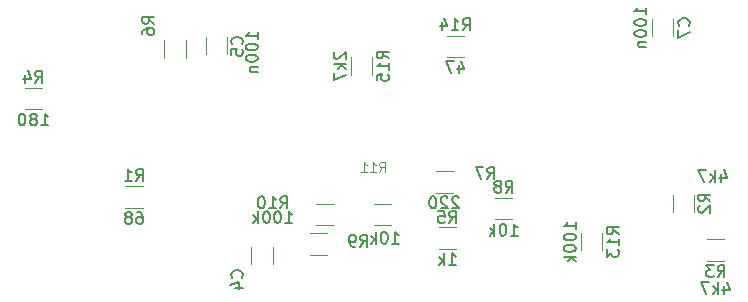
<source format=gbr>
%TF.GenerationSoftware,KiCad,Pcbnew,7.0.2*%
%TF.CreationDate,2023-05-22T23:48:16+02:00*%
%TF.ProjectId,ToneLighter,546f6e65-4c69-4676-9874-65722e6b6963,rev?*%
%TF.SameCoordinates,Original*%
%TF.FileFunction,Legend,Bot*%
%TF.FilePolarity,Positive*%
%FSLAX46Y46*%
G04 Gerber Fmt 4.6, Leading zero omitted, Abs format (unit mm)*
G04 Created by KiCad (PCBNEW 7.0.2) date 2023-05-22 23:48:16*
%MOMM*%
%LPD*%
G01*
G04 APERTURE LIST*
%ADD10C,0.150000*%
%ADD11C,0.100000*%
%ADD12C,0.120000*%
G04 APERTURE END LIST*
D10*
%TO.C,R15*%
X105805619Y-49778142D02*
X105329428Y-49444809D01*
X105805619Y-49206714D02*
X104805619Y-49206714D01*
X104805619Y-49206714D02*
X104805619Y-49587666D01*
X104805619Y-49587666D02*
X104853238Y-49682904D01*
X104853238Y-49682904D02*
X104900857Y-49730523D01*
X104900857Y-49730523D02*
X104996095Y-49778142D01*
X104996095Y-49778142D02*
X105138952Y-49778142D01*
X105138952Y-49778142D02*
X105234190Y-49730523D01*
X105234190Y-49730523D02*
X105281809Y-49682904D01*
X105281809Y-49682904D02*
X105329428Y-49587666D01*
X105329428Y-49587666D02*
X105329428Y-49206714D01*
X105805619Y-50730523D02*
X105805619Y-50159095D01*
X105805619Y-50444809D02*
X104805619Y-50444809D01*
X104805619Y-50444809D02*
X104948476Y-50349571D01*
X104948476Y-50349571D02*
X105043714Y-50254333D01*
X105043714Y-50254333D02*
X105091333Y-50159095D01*
X104805619Y-51635285D02*
X104805619Y-51159095D01*
X104805619Y-51159095D02*
X105281809Y-51111476D01*
X105281809Y-51111476D02*
X105234190Y-51159095D01*
X105234190Y-51159095D02*
X105186571Y-51254333D01*
X105186571Y-51254333D02*
X105186571Y-51492428D01*
X105186571Y-51492428D02*
X105234190Y-51587666D01*
X105234190Y-51587666D02*
X105281809Y-51635285D01*
X105281809Y-51635285D02*
X105377047Y-51682904D01*
X105377047Y-51682904D02*
X105615142Y-51682904D01*
X105615142Y-51682904D02*
X105710380Y-51635285D01*
X105710380Y-51635285D02*
X105758000Y-51587666D01*
X105758000Y-51587666D02*
X105805619Y-51492428D01*
X105805619Y-51492428D02*
X105805619Y-51254333D01*
X105805619Y-51254333D02*
X105758000Y-51159095D01*
X105758000Y-51159095D02*
X105710380Y-51111476D01*
X101260857Y-49254333D02*
X101213238Y-49301952D01*
X101213238Y-49301952D02*
X101165619Y-49397190D01*
X101165619Y-49397190D02*
X101165619Y-49635285D01*
X101165619Y-49635285D02*
X101213238Y-49730523D01*
X101213238Y-49730523D02*
X101260857Y-49778142D01*
X101260857Y-49778142D02*
X101356095Y-49825761D01*
X101356095Y-49825761D02*
X101451333Y-49825761D01*
X101451333Y-49825761D02*
X101594190Y-49778142D01*
X101594190Y-49778142D02*
X102165619Y-49206714D01*
X102165619Y-49206714D02*
X102165619Y-49825761D01*
X102165619Y-50254333D02*
X101165619Y-50254333D01*
X101784666Y-50349571D02*
X102165619Y-50635285D01*
X101498952Y-50635285D02*
X101879904Y-50254333D01*
X101165619Y-50968619D02*
X101165619Y-51635285D01*
X101165619Y-51635285D02*
X102165619Y-51206714D01*
%TO.C,R14*%
X112092857Y-47392619D02*
X112426190Y-46916428D01*
X112664285Y-47392619D02*
X112664285Y-46392619D01*
X112664285Y-46392619D02*
X112283333Y-46392619D01*
X112283333Y-46392619D02*
X112188095Y-46440238D01*
X112188095Y-46440238D02*
X112140476Y-46487857D01*
X112140476Y-46487857D02*
X112092857Y-46583095D01*
X112092857Y-46583095D02*
X112092857Y-46725952D01*
X112092857Y-46725952D02*
X112140476Y-46821190D01*
X112140476Y-46821190D02*
X112188095Y-46868809D01*
X112188095Y-46868809D02*
X112283333Y-46916428D01*
X112283333Y-46916428D02*
X112664285Y-46916428D01*
X111140476Y-47392619D02*
X111711904Y-47392619D01*
X111426190Y-47392619D02*
X111426190Y-46392619D01*
X111426190Y-46392619D02*
X111521428Y-46535476D01*
X111521428Y-46535476D02*
X111616666Y-46630714D01*
X111616666Y-46630714D02*
X111711904Y-46678333D01*
X110283333Y-46725952D02*
X110283333Y-47392619D01*
X110521428Y-46345000D02*
X110759523Y-47059285D01*
X110759523Y-47059285D02*
X110140476Y-47059285D01*
X111735714Y-50365952D02*
X111735714Y-51032619D01*
X111973809Y-49985000D02*
X112211904Y-50699285D01*
X112211904Y-50699285D02*
X111592857Y-50699285D01*
X111307142Y-50032619D02*
X110640476Y-50032619D01*
X110640476Y-50032619D02*
X111069047Y-51032619D01*
%TO.C,R13*%
X125282619Y-64657142D02*
X124806428Y-64323809D01*
X125282619Y-64085714D02*
X124282619Y-64085714D01*
X124282619Y-64085714D02*
X124282619Y-64466666D01*
X124282619Y-64466666D02*
X124330238Y-64561904D01*
X124330238Y-64561904D02*
X124377857Y-64609523D01*
X124377857Y-64609523D02*
X124473095Y-64657142D01*
X124473095Y-64657142D02*
X124615952Y-64657142D01*
X124615952Y-64657142D02*
X124711190Y-64609523D01*
X124711190Y-64609523D02*
X124758809Y-64561904D01*
X124758809Y-64561904D02*
X124806428Y-64466666D01*
X124806428Y-64466666D02*
X124806428Y-64085714D01*
X125282619Y-65609523D02*
X125282619Y-65038095D01*
X125282619Y-65323809D02*
X124282619Y-65323809D01*
X124282619Y-65323809D02*
X124425476Y-65228571D01*
X124425476Y-65228571D02*
X124520714Y-65133333D01*
X124520714Y-65133333D02*
X124568333Y-65038095D01*
X124282619Y-65942857D02*
X124282619Y-66561904D01*
X124282619Y-66561904D02*
X124663571Y-66228571D01*
X124663571Y-66228571D02*
X124663571Y-66371428D01*
X124663571Y-66371428D02*
X124711190Y-66466666D01*
X124711190Y-66466666D02*
X124758809Y-66514285D01*
X124758809Y-66514285D02*
X124854047Y-66561904D01*
X124854047Y-66561904D02*
X125092142Y-66561904D01*
X125092142Y-66561904D02*
X125187380Y-66514285D01*
X125187380Y-66514285D02*
X125235000Y-66466666D01*
X125235000Y-66466666D02*
X125282619Y-66371428D01*
X125282619Y-66371428D02*
X125282619Y-66085714D01*
X125282619Y-66085714D02*
X125235000Y-65990476D01*
X125235000Y-65990476D02*
X125187380Y-65942857D01*
X121642619Y-64228571D02*
X121642619Y-63657143D01*
X121642619Y-63942857D02*
X120642619Y-63942857D01*
X120642619Y-63942857D02*
X120785476Y-63847619D01*
X120785476Y-63847619D02*
X120880714Y-63752381D01*
X120880714Y-63752381D02*
X120928333Y-63657143D01*
X120642619Y-64847619D02*
X120642619Y-64942857D01*
X120642619Y-64942857D02*
X120690238Y-65038095D01*
X120690238Y-65038095D02*
X120737857Y-65085714D01*
X120737857Y-65085714D02*
X120833095Y-65133333D01*
X120833095Y-65133333D02*
X121023571Y-65180952D01*
X121023571Y-65180952D02*
X121261666Y-65180952D01*
X121261666Y-65180952D02*
X121452142Y-65133333D01*
X121452142Y-65133333D02*
X121547380Y-65085714D01*
X121547380Y-65085714D02*
X121595000Y-65038095D01*
X121595000Y-65038095D02*
X121642619Y-64942857D01*
X121642619Y-64942857D02*
X121642619Y-64847619D01*
X121642619Y-64847619D02*
X121595000Y-64752381D01*
X121595000Y-64752381D02*
X121547380Y-64704762D01*
X121547380Y-64704762D02*
X121452142Y-64657143D01*
X121452142Y-64657143D02*
X121261666Y-64609524D01*
X121261666Y-64609524D02*
X121023571Y-64609524D01*
X121023571Y-64609524D02*
X120833095Y-64657143D01*
X120833095Y-64657143D02*
X120737857Y-64704762D01*
X120737857Y-64704762D02*
X120690238Y-64752381D01*
X120690238Y-64752381D02*
X120642619Y-64847619D01*
X120642619Y-65800000D02*
X120642619Y-65895238D01*
X120642619Y-65895238D02*
X120690238Y-65990476D01*
X120690238Y-65990476D02*
X120737857Y-66038095D01*
X120737857Y-66038095D02*
X120833095Y-66085714D01*
X120833095Y-66085714D02*
X121023571Y-66133333D01*
X121023571Y-66133333D02*
X121261666Y-66133333D01*
X121261666Y-66133333D02*
X121452142Y-66085714D01*
X121452142Y-66085714D02*
X121547380Y-66038095D01*
X121547380Y-66038095D02*
X121595000Y-65990476D01*
X121595000Y-65990476D02*
X121642619Y-65895238D01*
X121642619Y-65895238D02*
X121642619Y-65800000D01*
X121642619Y-65800000D02*
X121595000Y-65704762D01*
X121595000Y-65704762D02*
X121547380Y-65657143D01*
X121547380Y-65657143D02*
X121452142Y-65609524D01*
X121452142Y-65609524D02*
X121261666Y-65561905D01*
X121261666Y-65561905D02*
X121023571Y-65561905D01*
X121023571Y-65561905D02*
X120833095Y-65609524D01*
X120833095Y-65609524D02*
X120737857Y-65657143D01*
X120737857Y-65657143D02*
X120690238Y-65704762D01*
X120690238Y-65704762D02*
X120642619Y-65800000D01*
X121642619Y-66561905D02*
X120642619Y-66561905D01*
X121261666Y-66657143D02*
X121642619Y-66942857D01*
X120975952Y-66942857D02*
X121356904Y-66561905D01*
D11*
%TO.C,R11*%
X105014285Y-59370095D02*
X105280952Y-58989142D01*
X105471428Y-59370095D02*
X105471428Y-58570095D01*
X105471428Y-58570095D02*
X105166666Y-58570095D01*
X105166666Y-58570095D02*
X105090476Y-58608190D01*
X105090476Y-58608190D02*
X105052381Y-58646285D01*
X105052381Y-58646285D02*
X105014285Y-58722476D01*
X105014285Y-58722476D02*
X105014285Y-58836761D01*
X105014285Y-58836761D02*
X105052381Y-58912952D01*
X105052381Y-58912952D02*
X105090476Y-58951047D01*
X105090476Y-58951047D02*
X105166666Y-58989142D01*
X105166666Y-58989142D02*
X105471428Y-58989142D01*
X104252381Y-59370095D02*
X104709524Y-59370095D01*
X104480952Y-59370095D02*
X104480952Y-58570095D01*
X104480952Y-58570095D02*
X104557143Y-58684380D01*
X104557143Y-58684380D02*
X104633333Y-58760571D01*
X104633333Y-58760571D02*
X104709524Y-58798666D01*
X103490476Y-59370095D02*
X103947619Y-59370095D01*
X103719047Y-59370095D02*
X103719047Y-58570095D01*
X103719047Y-58570095D02*
X103795238Y-58684380D01*
X103795238Y-58684380D02*
X103871428Y-58760571D01*
X103871428Y-58760571D02*
X103947619Y-58798666D01*
D10*
X106095238Y-65462619D02*
X106666666Y-65462619D01*
X106380952Y-65462619D02*
X106380952Y-64462619D01*
X106380952Y-64462619D02*
X106476190Y-64605476D01*
X106476190Y-64605476D02*
X106571428Y-64700714D01*
X106571428Y-64700714D02*
X106666666Y-64748333D01*
X105476190Y-64462619D02*
X105380952Y-64462619D01*
X105380952Y-64462619D02*
X105285714Y-64510238D01*
X105285714Y-64510238D02*
X105238095Y-64557857D01*
X105238095Y-64557857D02*
X105190476Y-64653095D01*
X105190476Y-64653095D02*
X105142857Y-64843571D01*
X105142857Y-64843571D02*
X105142857Y-65081666D01*
X105142857Y-65081666D02*
X105190476Y-65272142D01*
X105190476Y-65272142D02*
X105238095Y-65367380D01*
X105238095Y-65367380D02*
X105285714Y-65415000D01*
X105285714Y-65415000D02*
X105380952Y-65462619D01*
X105380952Y-65462619D02*
X105476190Y-65462619D01*
X105476190Y-65462619D02*
X105571428Y-65415000D01*
X105571428Y-65415000D02*
X105619047Y-65367380D01*
X105619047Y-65367380D02*
X105666666Y-65272142D01*
X105666666Y-65272142D02*
X105714285Y-65081666D01*
X105714285Y-65081666D02*
X105714285Y-64843571D01*
X105714285Y-64843571D02*
X105666666Y-64653095D01*
X105666666Y-64653095D02*
X105619047Y-64557857D01*
X105619047Y-64557857D02*
X105571428Y-64510238D01*
X105571428Y-64510238D02*
X105476190Y-64462619D01*
X104714285Y-65462619D02*
X104714285Y-64462619D01*
X104619047Y-65081666D02*
X104333333Y-65462619D01*
X104333333Y-64795952D02*
X104714285Y-65176904D01*
%TO.C,R10*%
X96642857Y-62462619D02*
X96976190Y-61986428D01*
X97214285Y-62462619D02*
X97214285Y-61462619D01*
X97214285Y-61462619D02*
X96833333Y-61462619D01*
X96833333Y-61462619D02*
X96738095Y-61510238D01*
X96738095Y-61510238D02*
X96690476Y-61557857D01*
X96690476Y-61557857D02*
X96642857Y-61653095D01*
X96642857Y-61653095D02*
X96642857Y-61795952D01*
X96642857Y-61795952D02*
X96690476Y-61891190D01*
X96690476Y-61891190D02*
X96738095Y-61938809D01*
X96738095Y-61938809D02*
X96833333Y-61986428D01*
X96833333Y-61986428D02*
X97214285Y-61986428D01*
X95690476Y-62462619D02*
X96261904Y-62462619D01*
X95976190Y-62462619D02*
X95976190Y-61462619D01*
X95976190Y-61462619D02*
X96071428Y-61605476D01*
X96071428Y-61605476D02*
X96166666Y-61700714D01*
X96166666Y-61700714D02*
X96261904Y-61748333D01*
X95071428Y-61462619D02*
X94976190Y-61462619D01*
X94976190Y-61462619D02*
X94880952Y-61510238D01*
X94880952Y-61510238D02*
X94833333Y-61557857D01*
X94833333Y-61557857D02*
X94785714Y-61653095D01*
X94785714Y-61653095D02*
X94738095Y-61843571D01*
X94738095Y-61843571D02*
X94738095Y-62081666D01*
X94738095Y-62081666D02*
X94785714Y-62272142D01*
X94785714Y-62272142D02*
X94833333Y-62367380D01*
X94833333Y-62367380D02*
X94880952Y-62415000D01*
X94880952Y-62415000D02*
X94976190Y-62462619D01*
X94976190Y-62462619D02*
X95071428Y-62462619D01*
X95071428Y-62462619D02*
X95166666Y-62415000D01*
X95166666Y-62415000D02*
X95214285Y-62367380D01*
X95214285Y-62367380D02*
X95261904Y-62272142D01*
X95261904Y-62272142D02*
X95309523Y-62081666D01*
X95309523Y-62081666D02*
X95309523Y-61843571D01*
X95309523Y-61843571D02*
X95261904Y-61653095D01*
X95261904Y-61653095D02*
X95214285Y-61557857D01*
X95214285Y-61557857D02*
X95166666Y-61510238D01*
X95166666Y-61510238D02*
X95071428Y-61462619D01*
X97071428Y-63712619D02*
X97642856Y-63712619D01*
X97357142Y-63712619D02*
X97357142Y-62712619D01*
X97357142Y-62712619D02*
X97452380Y-62855476D01*
X97452380Y-62855476D02*
X97547618Y-62950714D01*
X97547618Y-62950714D02*
X97642856Y-62998333D01*
X96452380Y-62712619D02*
X96357142Y-62712619D01*
X96357142Y-62712619D02*
X96261904Y-62760238D01*
X96261904Y-62760238D02*
X96214285Y-62807857D01*
X96214285Y-62807857D02*
X96166666Y-62903095D01*
X96166666Y-62903095D02*
X96119047Y-63093571D01*
X96119047Y-63093571D02*
X96119047Y-63331666D01*
X96119047Y-63331666D02*
X96166666Y-63522142D01*
X96166666Y-63522142D02*
X96214285Y-63617380D01*
X96214285Y-63617380D02*
X96261904Y-63665000D01*
X96261904Y-63665000D02*
X96357142Y-63712619D01*
X96357142Y-63712619D02*
X96452380Y-63712619D01*
X96452380Y-63712619D02*
X96547618Y-63665000D01*
X96547618Y-63665000D02*
X96595237Y-63617380D01*
X96595237Y-63617380D02*
X96642856Y-63522142D01*
X96642856Y-63522142D02*
X96690475Y-63331666D01*
X96690475Y-63331666D02*
X96690475Y-63093571D01*
X96690475Y-63093571D02*
X96642856Y-62903095D01*
X96642856Y-62903095D02*
X96595237Y-62807857D01*
X96595237Y-62807857D02*
X96547618Y-62760238D01*
X96547618Y-62760238D02*
X96452380Y-62712619D01*
X95499999Y-62712619D02*
X95404761Y-62712619D01*
X95404761Y-62712619D02*
X95309523Y-62760238D01*
X95309523Y-62760238D02*
X95261904Y-62807857D01*
X95261904Y-62807857D02*
X95214285Y-62903095D01*
X95214285Y-62903095D02*
X95166666Y-63093571D01*
X95166666Y-63093571D02*
X95166666Y-63331666D01*
X95166666Y-63331666D02*
X95214285Y-63522142D01*
X95214285Y-63522142D02*
X95261904Y-63617380D01*
X95261904Y-63617380D02*
X95309523Y-63665000D01*
X95309523Y-63665000D02*
X95404761Y-63712619D01*
X95404761Y-63712619D02*
X95499999Y-63712619D01*
X95499999Y-63712619D02*
X95595237Y-63665000D01*
X95595237Y-63665000D02*
X95642856Y-63617380D01*
X95642856Y-63617380D02*
X95690475Y-63522142D01*
X95690475Y-63522142D02*
X95738094Y-63331666D01*
X95738094Y-63331666D02*
X95738094Y-63093571D01*
X95738094Y-63093571D02*
X95690475Y-62903095D01*
X95690475Y-62903095D02*
X95642856Y-62807857D01*
X95642856Y-62807857D02*
X95595237Y-62760238D01*
X95595237Y-62760238D02*
X95499999Y-62712619D01*
X94738094Y-63712619D02*
X94738094Y-62712619D01*
X94642856Y-63331666D02*
X94357142Y-63712619D01*
X94357142Y-63045952D02*
X94738094Y-63426904D01*
%TO.C,R9*%
X103416666Y-65712619D02*
X103749999Y-65236428D01*
X103988094Y-65712619D02*
X103988094Y-64712619D01*
X103988094Y-64712619D02*
X103607142Y-64712619D01*
X103607142Y-64712619D02*
X103511904Y-64760238D01*
X103511904Y-64760238D02*
X103464285Y-64807857D01*
X103464285Y-64807857D02*
X103416666Y-64903095D01*
X103416666Y-64903095D02*
X103416666Y-65045952D01*
X103416666Y-65045952D02*
X103464285Y-65141190D01*
X103464285Y-65141190D02*
X103511904Y-65188809D01*
X103511904Y-65188809D02*
X103607142Y-65236428D01*
X103607142Y-65236428D02*
X103988094Y-65236428D01*
X102940475Y-65712619D02*
X102749999Y-65712619D01*
X102749999Y-65712619D02*
X102654761Y-65665000D01*
X102654761Y-65665000D02*
X102607142Y-65617380D01*
X102607142Y-65617380D02*
X102511904Y-65474523D01*
X102511904Y-65474523D02*
X102464285Y-65284047D01*
X102464285Y-65284047D02*
X102464285Y-64903095D01*
X102464285Y-64903095D02*
X102511904Y-64807857D01*
X102511904Y-64807857D02*
X102559523Y-64760238D01*
X102559523Y-64760238D02*
X102654761Y-64712619D01*
X102654761Y-64712619D02*
X102845237Y-64712619D01*
X102845237Y-64712619D02*
X102940475Y-64760238D01*
X102940475Y-64760238D02*
X102988094Y-64807857D01*
X102988094Y-64807857D02*
X103035713Y-64903095D01*
X103035713Y-64903095D02*
X103035713Y-65141190D01*
X103035713Y-65141190D02*
X102988094Y-65236428D01*
X102988094Y-65236428D02*
X102940475Y-65284047D01*
X102940475Y-65284047D02*
X102845237Y-65331666D01*
X102845237Y-65331666D02*
X102654761Y-65331666D01*
X102654761Y-65331666D02*
X102559523Y-65284047D01*
X102559523Y-65284047D02*
X102511904Y-65236428D01*
X102511904Y-65236428D02*
X102464285Y-65141190D01*
%TO.C,R8*%
X115716666Y-61142619D02*
X116049999Y-60666428D01*
X116288094Y-61142619D02*
X116288094Y-60142619D01*
X116288094Y-60142619D02*
X115907142Y-60142619D01*
X115907142Y-60142619D02*
X115811904Y-60190238D01*
X115811904Y-60190238D02*
X115764285Y-60237857D01*
X115764285Y-60237857D02*
X115716666Y-60333095D01*
X115716666Y-60333095D02*
X115716666Y-60475952D01*
X115716666Y-60475952D02*
X115764285Y-60571190D01*
X115764285Y-60571190D02*
X115811904Y-60618809D01*
X115811904Y-60618809D02*
X115907142Y-60666428D01*
X115907142Y-60666428D02*
X116288094Y-60666428D01*
X115145237Y-60571190D02*
X115240475Y-60523571D01*
X115240475Y-60523571D02*
X115288094Y-60475952D01*
X115288094Y-60475952D02*
X115335713Y-60380714D01*
X115335713Y-60380714D02*
X115335713Y-60333095D01*
X115335713Y-60333095D02*
X115288094Y-60237857D01*
X115288094Y-60237857D02*
X115240475Y-60190238D01*
X115240475Y-60190238D02*
X115145237Y-60142619D01*
X115145237Y-60142619D02*
X114954761Y-60142619D01*
X114954761Y-60142619D02*
X114859523Y-60190238D01*
X114859523Y-60190238D02*
X114811904Y-60237857D01*
X114811904Y-60237857D02*
X114764285Y-60333095D01*
X114764285Y-60333095D02*
X114764285Y-60380714D01*
X114764285Y-60380714D02*
X114811904Y-60475952D01*
X114811904Y-60475952D02*
X114859523Y-60523571D01*
X114859523Y-60523571D02*
X114954761Y-60571190D01*
X114954761Y-60571190D02*
X115145237Y-60571190D01*
X115145237Y-60571190D02*
X115240475Y-60618809D01*
X115240475Y-60618809D02*
X115288094Y-60666428D01*
X115288094Y-60666428D02*
X115335713Y-60761666D01*
X115335713Y-60761666D02*
X115335713Y-60952142D01*
X115335713Y-60952142D02*
X115288094Y-61047380D01*
X115288094Y-61047380D02*
X115240475Y-61095000D01*
X115240475Y-61095000D02*
X115145237Y-61142619D01*
X115145237Y-61142619D02*
X114954761Y-61142619D01*
X114954761Y-61142619D02*
X114859523Y-61095000D01*
X114859523Y-61095000D02*
X114811904Y-61047380D01*
X114811904Y-61047380D02*
X114764285Y-60952142D01*
X114764285Y-60952142D02*
X114764285Y-60761666D01*
X114764285Y-60761666D02*
X114811904Y-60666428D01*
X114811904Y-60666428D02*
X114859523Y-60618809D01*
X114859523Y-60618809D02*
X114954761Y-60571190D01*
X116145238Y-64782619D02*
X116716666Y-64782619D01*
X116430952Y-64782619D02*
X116430952Y-63782619D01*
X116430952Y-63782619D02*
X116526190Y-63925476D01*
X116526190Y-63925476D02*
X116621428Y-64020714D01*
X116621428Y-64020714D02*
X116716666Y-64068333D01*
X115526190Y-63782619D02*
X115430952Y-63782619D01*
X115430952Y-63782619D02*
X115335714Y-63830238D01*
X115335714Y-63830238D02*
X115288095Y-63877857D01*
X115288095Y-63877857D02*
X115240476Y-63973095D01*
X115240476Y-63973095D02*
X115192857Y-64163571D01*
X115192857Y-64163571D02*
X115192857Y-64401666D01*
X115192857Y-64401666D02*
X115240476Y-64592142D01*
X115240476Y-64592142D02*
X115288095Y-64687380D01*
X115288095Y-64687380D02*
X115335714Y-64735000D01*
X115335714Y-64735000D02*
X115430952Y-64782619D01*
X115430952Y-64782619D02*
X115526190Y-64782619D01*
X115526190Y-64782619D02*
X115621428Y-64735000D01*
X115621428Y-64735000D02*
X115669047Y-64687380D01*
X115669047Y-64687380D02*
X115716666Y-64592142D01*
X115716666Y-64592142D02*
X115764285Y-64401666D01*
X115764285Y-64401666D02*
X115764285Y-64163571D01*
X115764285Y-64163571D02*
X115716666Y-63973095D01*
X115716666Y-63973095D02*
X115669047Y-63877857D01*
X115669047Y-63877857D02*
X115621428Y-63830238D01*
X115621428Y-63830238D02*
X115526190Y-63782619D01*
X114764285Y-64782619D02*
X114764285Y-63782619D01*
X114669047Y-64401666D02*
X114383333Y-64782619D01*
X114383333Y-64115952D02*
X114764285Y-64496904D01*
%TO.C,R7*%
X114166666Y-59962619D02*
X114499999Y-59486428D01*
X114738094Y-59962619D02*
X114738094Y-58962619D01*
X114738094Y-58962619D02*
X114357142Y-58962619D01*
X114357142Y-58962619D02*
X114261904Y-59010238D01*
X114261904Y-59010238D02*
X114214285Y-59057857D01*
X114214285Y-59057857D02*
X114166666Y-59153095D01*
X114166666Y-59153095D02*
X114166666Y-59295952D01*
X114166666Y-59295952D02*
X114214285Y-59391190D01*
X114214285Y-59391190D02*
X114261904Y-59438809D01*
X114261904Y-59438809D02*
X114357142Y-59486428D01*
X114357142Y-59486428D02*
X114738094Y-59486428D01*
X113833332Y-58962619D02*
X113166666Y-58962619D01*
X113166666Y-58962619D02*
X113595237Y-59962619D01*
X111738094Y-61557857D02*
X111690475Y-61510238D01*
X111690475Y-61510238D02*
X111595237Y-61462619D01*
X111595237Y-61462619D02*
X111357142Y-61462619D01*
X111357142Y-61462619D02*
X111261904Y-61510238D01*
X111261904Y-61510238D02*
X111214285Y-61557857D01*
X111214285Y-61557857D02*
X111166666Y-61653095D01*
X111166666Y-61653095D02*
X111166666Y-61748333D01*
X111166666Y-61748333D02*
X111214285Y-61891190D01*
X111214285Y-61891190D02*
X111785713Y-62462619D01*
X111785713Y-62462619D02*
X111166666Y-62462619D01*
X110785713Y-61557857D02*
X110738094Y-61510238D01*
X110738094Y-61510238D02*
X110642856Y-61462619D01*
X110642856Y-61462619D02*
X110404761Y-61462619D01*
X110404761Y-61462619D02*
X110309523Y-61510238D01*
X110309523Y-61510238D02*
X110261904Y-61557857D01*
X110261904Y-61557857D02*
X110214285Y-61653095D01*
X110214285Y-61653095D02*
X110214285Y-61748333D01*
X110214285Y-61748333D02*
X110261904Y-61891190D01*
X110261904Y-61891190D02*
X110833332Y-62462619D01*
X110833332Y-62462619D02*
X110214285Y-62462619D01*
X109595237Y-61462619D02*
X109499999Y-61462619D01*
X109499999Y-61462619D02*
X109404761Y-61510238D01*
X109404761Y-61510238D02*
X109357142Y-61557857D01*
X109357142Y-61557857D02*
X109309523Y-61653095D01*
X109309523Y-61653095D02*
X109261904Y-61843571D01*
X109261904Y-61843571D02*
X109261904Y-62081666D01*
X109261904Y-62081666D02*
X109309523Y-62272142D01*
X109309523Y-62272142D02*
X109357142Y-62367380D01*
X109357142Y-62367380D02*
X109404761Y-62415000D01*
X109404761Y-62415000D02*
X109499999Y-62462619D01*
X109499999Y-62462619D02*
X109595237Y-62462619D01*
X109595237Y-62462619D02*
X109690475Y-62415000D01*
X109690475Y-62415000D02*
X109738094Y-62367380D01*
X109738094Y-62367380D02*
X109785713Y-62272142D01*
X109785713Y-62272142D02*
X109833332Y-62081666D01*
X109833332Y-62081666D02*
X109833332Y-61843571D01*
X109833332Y-61843571D02*
X109785713Y-61653095D01*
X109785713Y-61653095D02*
X109738094Y-61557857D01*
X109738094Y-61557857D02*
X109690475Y-61510238D01*
X109690475Y-61510238D02*
X109595237Y-61462619D01*
%TO.C,R6*%
X85962619Y-46833333D02*
X85486428Y-46500000D01*
X85962619Y-46261905D02*
X84962619Y-46261905D01*
X84962619Y-46261905D02*
X84962619Y-46642857D01*
X84962619Y-46642857D02*
X85010238Y-46738095D01*
X85010238Y-46738095D02*
X85057857Y-46785714D01*
X85057857Y-46785714D02*
X85153095Y-46833333D01*
X85153095Y-46833333D02*
X85295952Y-46833333D01*
X85295952Y-46833333D02*
X85391190Y-46785714D01*
X85391190Y-46785714D02*
X85438809Y-46738095D01*
X85438809Y-46738095D02*
X85486428Y-46642857D01*
X85486428Y-46642857D02*
X85486428Y-46261905D01*
X84962619Y-47690476D02*
X84962619Y-47500000D01*
X84962619Y-47500000D02*
X85010238Y-47404762D01*
X85010238Y-47404762D02*
X85057857Y-47357143D01*
X85057857Y-47357143D02*
X85200714Y-47261905D01*
X85200714Y-47261905D02*
X85391190Y-47214286D01*
X85391190Y-47214286D02*
X85772142Y-47214286D01*
X85772142Y-47214286D02*
X85867380Y-47261905D01*
X85867380Y-47261905D02*
X85915000Y-47309524D01*
X85915000Y-47309524D02*
X85962619Y-47404762D01*
X85962619Y-47404762D02*
X85962619Y-47595238D01*
X85962619Y-47595238D02*
X85915000Y-47690476D01*
X85915000Y-47690476D02*
X85867380Y-47738095D01*
X85867380Y-47738095D02*
X85772142Y-47785714D01*
X85772142Y-47785714D02*
X85534047Y-47785714D01*
X85534047Y-47785714D02*
X85438809Y-47738095D01*
X85438809Y-47738095D02*
X85391190Y-47690476D01*
X85391190Y-47690476D02*
X85343571Y-47595238D01*
X85343571Y-47595238D02*
X85343571Y-47404762D01*
X85343571Y-47404762D02*
X85391190Y-47309524D01*
X85391190Y-47309524D02*
X85438809Y-47261905D01*
X85438809Y-47261905D02*
X85534047Y-47214286D01*
%TO.C,R5*%
X110916666Y-63712619D02*
X111249999Y-63236428D01*
X111488094Y-63712619D02*
X111488094Y-62712619D01*
X111488094Y-62712619D02*
X111107142Y-62712619D01*
X111107142Y-62712619D02*
X111011904Y-62760238D01*
X111011904Y-62760238D02*
X110964285Y-62807857D01*
X110964285Y-62807857D02*
X110916666Y-62903095D01*
X110916666Y-62903095D02*
X110916666Y-63045952D01*
X110916666Y-63045952D02*
X110964285Y-63141190D01*
X110964285Y-63141190D02*
X111011904Y-63188809D01*
X111011904Y-63188809D02*
X111107142Y-63236428D01*
X111107142Y-63236428D02*
X111488094Y-63236428D01*
X110011904Y-62712619D02*
X110488094Y-62712619D01*
X110488094Y-62712619D02*
X110535713Y-63188809D01*
X110535713Y-63188809D02*
X110488094Y-63141190D01*
X110488094Y-63141190D02*
X110392856Y-63093571D01*
X110392856Y-63093571D02*
X110154761Y-63093571D01*
X110154761Y-63093571D02*
X110059523Y-63141190D01*
X110059523Y-63141190D02*
X110011904Y-63188809D01*
X110011904Y-63188809D02*
X109964285Y-63284047D01*
X109964285Y-63284047D02*
X109964285Y-63522142D01*
X109964285Y-63522142D02*
X110011904Y-63617380D01*
X110011904Y-63617380D02*
X110059523Y-63665000D01*
X110059523Y-63665000D02*
X110154761Y-63712619D01*
X110154761Y-63712619D02*
X110392856Y-63712619D01*
X110392856Y-63712619D02*
X110488094Y-63665000D01*
X110488094Y-63665000D02*
X110535713Y-63617380D01*
X110919047Y-67282619D02*
X111490475Y-67282619D01*
X111204761Y-67282619D02*
X111204761Y-66282619D01*
X111204761Y-66282619D02*
X111299999Y-66425476D01*
X111299999Y-66425476D02*
X111395237Y-66520714D01*
X111395237Y-66520714D02*
X111490475Y-66568333D01*
X110490475Y-67282619D02*
X110490475Y-66282619D01*
X110395237Y-66901666D02*
X110109523Y-67282619D01*
X110109523Y-66615952D02*
X110490475Y-66996904D01*
%TO.C,R4*%
X75889666Y-51813619D02*
X76222999Y-51337428D01*
X76461094Y-51813619D02*
X76461094Y-50813619D01*
X76461094Y-50813619D02*
X76080142Y-50813619D01*
X76080142Y-50813619D02*
X75984904Y-50861238D01*
X75984904Y-50861238D02*
X75937285Y-50908857D01*
X75937285Y-50908857D02*
X75889666Y-51004095D01*
X75889666Y-51004095D02*
X75889666Y-51146952D01*
X75889666Y-51146952D02*
X75937285Y-51242190D01*
X75937285Y-51242190D02*
X75984904Y-51289809D01*
X75984904Y-51289809D02*
X76080142Y-51337428D01*
X76080142Y-51337428D02*
X76461094Y-51337428D01*
X75032523Y-51146952D02*
X75032523Y-51813619D01*
X75270618Y-50766000D02*
X75508713Y-51480285D01*
X75508713Y-51480285D02*
X74889666Y-51480285D01*
X76389666Y-55453619D02*
X76961094Y-55453619D01*
X76675380Y-55453619D02*
X76675380Y-54453619D01*
X76675380Y-54453619D02*
X76770618Y-54596476D01*
X76770618Y-54596476D02*
X76865856Y-54691714D01*
X76865856Y-54691714D02*
X76961094Y-54739333D01*
X75818237Y-54882190D02*
X75913475Y-54834571D01*
X75913475Y-54834571D02*
X75961094Y-54786952D01*
X75961094Y-54786952D02*
X76008713Y-54691714D01*
X76008713Y-54691714D02*
X76008713Y-54644095D01*
X76008713Y-54644095D02*
X75961094Y-54548857D01*
X75961094Y-54548857D02*
X75913475Y-54501238D01*
X75913475Y-54501238D02*
X75818237Y-54453619D01*
X75818237Y-54453619D02*
X75627761Y-54453619D01*
X75627761Y-54453619D02*
X75532523Y-54501238D01*
X75532523Y-54501238D02*
X75484904Y-54548857D01*
X75484904Y-54548857D02*
X75437285Y-54644095D01*
X75437285Y-54644095D02*
X75437285Y-54691714D01*
X75437285Y-54691714D02*
X75484904Y-54786952D01*
X75484904Y-54786952D02*
X75532523Y-54834571D01*
X75532523Y-54834571D02*
X75627761Y-54882190D01*
X75627761Y-54882190D02*
X75818237Y-54882190D01*
X75818237Y-54882190D02*
X75913475Y-54929809D01*
X75913475Y-54929809D02*
X75961094Y-54977428D01*
X75961094Y-54977428D02*
X76008713Y-55072666D01*
X76008713Y-55072666D02*
X76008713Y-55263142D01*
X76008713Y-55263142D02*
X75961094Y-55358380D01*
X75961094Y-55358380D02*
X75913475Y-55406000D01*
X75913475Y-55406000D02*
X75818237Y-55453619D01*
X75818237Y-55453619D02*
X75627761Y-55453619D01*
X75627761Y-55453619D02*
X75532523Y-55406000D01*
X75532523Y-55406000D02*
X75484904Y-55358380D01*
X75484904Y-55358380D02*
X75437285Y-55263142D01*
X75437285Y-55263142D02*
X75437285Y-55072666D01*
X75437285Y-55072666D02*
X75484904Y-54977428D01*
X75484904Y-54977428D02*
X75532523Y-54929809D01*
X75532523Y-54929809D02*
X75627761Y-54882190D01*
X74818237Y-54453619D02*
X74722999Y-54453619D01*
X74722999Y-54453619D02*
X74627761Y-54501238D01*
X74627761Y-54501238D02*
X74580142Y-54548857D01*
X74580142Y-54548857D02*
X74532523Y-54644095D01*
X74532523Y-54644095D02*
X74484904Y-54834571D01*
X74484904Y-54834571D02*
X74484904Y-55072666D01*
X74484904Y-55072666D02*
X74532523Y-55263142D01*
X74532523Y-55263142D02*
X74580142Y-55358380D01*
X74580142Y-55358380D02*
X74627761Y-55406000D01*
X74627761Y-55406000D02*
X74722999Y-55453619D01*
X74722999Y-55453619D02*
X74818237Y-55453619D01*
X74818237Y-55453619D02*
X74913475Y-55406000D01*
X74913475Y-55406000D02*
X74961094Y-55358380D01*
X74961094Y-55358380D02*
X75008713Y-55263142D01*
X75008713Y-55263142D02*
X75056332Y-55072666D01*
X75056332Y-55072666D02*
X75056332Y-54834571D01*
X75056332Y-54834571D02*
X75008713Y-54644095D01*
X75008713Y-54644095D02*
X74961094Y-54548857D01*
X74961094Y-54548857D02*
X74913475Y-54501238D01*
X74913475Y-54501238D02*
X74818237Y-54453619D01*
%TO.C,R3*%
X133666666Y-68282619D02*
X133999999Y-67806428D01*
X134238094Y-68282619D02*
X134238094Y-67282619D01*
X134238094Y-67282619D02*
X133857142Y-67282619D01*
X133857142Y-67282619D02*
X133761904Y-67330238D01*
X133761904Y-67330238D02*
X133714285Y-67377857D01*
X133714285Y-67377857D02*
X133666666Y-67473095D01*
X133666666Y-67473095D02*
X133666666Y-67615952D01*
X133666666Y-67615952D02*
X133714285Y-67711190D01*
X133714285Y-67711190D02*
X133761904Y-67758809D01*
X133761904Y-67758809D02*
X133857142Y-67806428D01*
X133857142Y-67806428D02*
X134238094Y-67806428D01*
X133333332Y-67282619D02*
X132714285Y-67282619D01*
X132714285Y-67282619D02*
X133047618Y-67663571D01*
X133047618Y-67663571D02*
X132904761Y-67663571D01*
X132904761Y-67663571D02*
X132809523Y-67711190D01*
X132809523Y-67711190D02*
X132761904Y-67758809D01*
X132761904Y-67758809D02*
X132714285Y-67854047D01*
X132714285Y-67854047D02*
X132714285Y-68092142D01*
X132714285Y-68092142D02*
X132761904Y-68187380D01*
X132761904Y-68187380D02*
X132809523Y-68235000D01*
X132809523Y-68235000D02*
X132904761Y-68282619D01*
X132904761Y-68282619D02*
X133190475Y-68282619D01*
X133190475Y-68282619D02*
X133285713Y-68235000D01*
X133285713Y-68235000D02*
X133333332Y-68187380D01*
X134190476Y-69045952D02*
X134190476Y-69712619D01*
X134428571Y-68665000D02*
X134666666Y-69379285D01*
X134666666Y-69379285D02*
X134047619Y-69379285D01*
X133666666Y-69712619D02*
X133666666Y-68712619D01*
X133571428Y-69331666D02*
X133285714Y-69712619D01*
X133285714Y-69045952D02*
X133666666Y-69426904D01*
X132952380Y-68712619D02*
X132285714Y-68712619D01*
X132285714Y-68712619D02*
X132714285Y-69712619D01*
%TO.C,R2*%
X133032619Y-61883333D02*
X132556428Y-61550000D01*
X133032619Y-61311905D02*
X132032619Y-61311905D01*
X132032619Y-61311905D02*
X132032619Y-61692857D01*
X132032619Y-61692857D02*
X132080238Y-61788095D01*
X132080238Y-61788095D02*
X132127857Y-61835714D01*
X132127857Y-61835714D02*
X132223095Y-61883333D01*
X132223095Y-61883333D02*
X132365952Y-61883333D01*
X132365952Y-61883333D02*
X132461190Y-61835714D01*
X132461190Y-61835714D02*
X132508809Y-61788095D01*
X132508809Y-61788095D02*
X132556428Y-61692857D01*
X132556428Y-61692857D02*
X132556428Y-61311905D01*
X132127857Y-62264286D02*
X132080238Y-62311905D01*
X132080238Y-62311905D02*
X132032619Y-62407143D01*
X132032619Y-62407143D02*
X132032619Y-62645238D01*
X132032619Y-62645238D02*
X132080238Y-62740476D01*
X132080238Y-62740476D02*
X132127857Y-62788095D01*
X132127857Y-62788095D02*
X132223095Y-62835714D01*
X132223095Y-62835714D02*
X132318333Y-62835714D01*
X132318333Y-62835714D02*
X132461190Y-62788095D01*
X132461190Y-62788095D02*
X133032619Y-62216667D01*
X133032619Y-62216667D02*
X133032619Y-62835714D01*
X133940476Y-59545952D02*
X133940476Y-60212619D01*
X134178571Y-59165000D02*
X134416666Y-59879285D01*
X134416666Y-59879285D02*
X133797619Y-59879285D01*
X133416666Y-60212619D02*
X133416666Y-59212619D01*
X133321428Y-59831666D02*
X133035714Y-60212619D01*
X133035714Y-59545952D02*
X133416666Y-59926904D01*
X132702380Y-59212619D02*
X132035714Y-59212619D01*
X132035714Y-59212619D02*
X132464285Y-60212619D01*
%TO.C,R1*%
X84416666Y-60142619D02*
X84749999Y-59666428D01*
X84988094Y-60142619D02*
X84988094Y-59142619D01*
X84988094Y-59142619D02*
X84607142Y-59142619D01*
X84607142Y-59142619D02*
X84511904Y-59190238D01*
X84511904Y-59190238D02*
X84464285Y-59237857D01*
X84464285Y-59237857D02*
X84416666Y-59333095D01*
X84416666Y-59333095D02*
X84416666Y-59475952D01*
X84416666Y-59475952D02*
X84464285Y-59571190D01*
X84464285Y-59571190D02*
X84511904Y-59618809D01*
X84511904Y-59618809D02*
X84607142Y-59666428D01*
X84607142Y-59666428D02*
X84988094Y-59666428D01*
X83464285Y-60142619D02*
X84035713Y-60142619D01*
X83749999Y-60142619D02*
X83749999Y-59142619D01*
X83749999Y-59142619D02*
X83845237Y-59285476D01*
X83845237Y-59285476D02*
X83940475Y-59380714D01*
X83940475Y-59380714D02*
X84035713Y-59428333D01*
X84535714Y-62782619D02*
X84726190Y-62782619D01*
X84726190Y-62782619D02*
X84821428Y-62830238D01*
X84821428Y-62830238D02*
X84869047Y-62877857D01*
X84869047Y-62877857D02*
X84964285Y-63020714D01*
X84964285Y-63020714D02*
X85011904Y-63211190D01*
X85011904Y-63211190D02*
X85011904Y-63592142D01*
X85011904Y-63592142D02*
X84964285Y-63687380D01*
X84964285Y-63687380D02*
X84916666Y-63735000D01*
X84916666Y-63735000D02*
X84821428Y-63782619D01*
X84821428Y-63782619D02*
X84630952Y-63782619D01*
X84630952Y-63782619D02*
X84535714Y-63735000D01*
X84535714Y-63735000D02*
X84488095Y-63687380D01*
X84488095Y-63687380D02*
X84440476Y-63592142D01*
X84440476Y-63592142D02*
X84440476Y-63354047D01*
X84440476Y-63354047D02*
X84488095Y-63258809D01*
X84488095Y-63258809D02*
X84535714Y-63211190D01*
X84535714Y-63211190D02*
X84630952Y-63163571D01*
X84630952Y-63163571D02*
X84821428Y-63163571D01*
X84821428Y-63163571D02*
X84916666Y-63211190D01*
X84916666Y-63211190D02*
X84964285Y-63258809D01*
X84964285Y-63258809D02*
X85011904Y-63354047D01*
X83869047Y-63211190D02*
X83964285Y-63163571D01*
X83964285Y-63163571D02*
X84011904Y-63115952D01*
X84011904Y-63115952D02*
X84059523Y-63020714D01*
X84059523Y-63020714D02*
X84059523Y-62973095D01*
X84059523Y-62973095D02*
X84011904Y-62877857D01*
X84011904Y-62877857D02*
X83964285Y-62830238D01*
X83964285Y-62830238D02*
X83869047Y-62782619D01*
X83869047Y-62782619D02*
X83678571Y-62782619D01*
X83678571Y-62782619D02*
X83583333Y-62830238D01*
X83583333Y-62830238D02*
X83535714Y-62877857D01*
X83535714Y-62877857D02*
X83488095Y-62973095D01*
X83488095Y-62973095D02*
X83488095Y-63020714D01*
X83488095Y-63020714D02*
X83535714Y-63115952D01*
X83535714Y-63115952D02*
X83583333Y-63163571D01*
X83583333Y-63163571D02*
X83678571Y-63211190D01*
X83678571Y-63211190D02*
X83869047Y-63211190D01*
X83869047Y-63211190D02*
X83964285Y-63258809D01*
X83964285Y-63258809D02*
X84011904Y-63306428D01*
X84011904Y-63306428D02*
X84059523Y-63401666D01*
X84059523Y-63401666D02*
X84059523Y-63592142D01*
X84059523Y-63592142D02*
X84011904Y-63687380D01*
X84011904Y-63687380D02*
X83964285Y-63735000D01*
X83964285Y-63735000D02*
X83869047Y-63782619D01*
X83869047Y-63782619D02*
X83678571Y-63782619D01*
X83678571Y-63782619D02*
X83583333Y-63735000D01*
X83583333Y-63735000D02*
X83535714Y-63687380D01*
X83535714Y-63687380D02*
X83488095Y-63592142D01*
X83488095Y-63592142D02*
X83488095Y-63401666D01*
X83488095Y-63401666D02*
X83535714Y-63306428D01*
X83535714Y-63306428D02*
X83583333Y-63258809D01*
X83583333Y-63258809D02*
X83678571Y-63211190D01*
%TO.C,C7*%
X131217380Y-47004333D02*
X131265000Y-46956714D01*
X131265000Y-46956714D02*
X131312619Y-46813857D01*
X131312619Y-46813857D02*
X131312619Y-46718619D01*
X131312619Y-46718619D02*
X131265000Y-46575762D01*
X131265000Y-46575762D02*
X131169761Y-46480524D01*
X131169761Y-46480524D02*
X131074523Y-46432905D01*
X131074523Y-46432905D02*
X130884047Y-46385286D01*
X130884047Y-46385286D02*
X130741190Y-46385286D01*
X130741190Y-46385286D02*
X130550714Y-46432905D01*
X130550714Y-46432905D02*
X130455476Y-46480524D01*
X130455476Y-46480524D02*
X130360238Y-46575762D01*
X130360238Y-46575762D02*
X130312619Y-46718619D01*
X130312619Y-46718619D02*
X130312619Y-46813857D01*
X130312619Y-46813857D02*
X130360238Y-46956714D01*
X130360238Y-46956714D02*
X130407857Y-47004333D01*
X130312619Y-47337667D02*
X130312619Y-48004333D01*
X130312619Y-48004333D02*
X131312619Y-47575762D01*
X127612619Y-46051952D02*
X127612619Y-45480524D01*
X127612619Y-45766238D02*
X126612619Y-45766238D01*
X126612619Y-45766238D02*
X126755476Y-45671000D01*
X126755476Y-45671000D02*
X126850714Y-45575762D01*
X126850714Y-45575762D02*
X126898333Y-45480524D01*
X126612619Y-46671000D02*
X126612619Y-46766238D01*
X126612619Y-46766238D02*
X126660238Y-46861476D01*
X126660238Y-46861476D02*
X126707857Y-46909095D01*
X126707857Y-46909095D02*
X126803095Y-46956714D01*
X126803095Y-46956714D02*
X126993571Y-47004333D01*
X126993571Y-47004333D02*
X127231666Y-47004333D01*
X127231666Y-47004333D02*
X127422142Y-46956714D01*
X127422142Y-46956714D02*
X127517380Y-46909095D01*
X127517380Y-46909095D02*
X127565000Y-46861476D01*
X127565000Y-46861476D02*
X127612619Y-46766238D01*
X127612619Y-46766238D02*
X127612619Y-46671000D01*
X127612619Y-46671000D02*
X127565000Y-46575762D01*
X127565000Y-46575762D02*
X127517380Y-46528143D01*
X127517380Y-46528143D02*
X127422142Y-46480524D01*
X127422142Y-46480524D02*
X127231666Y-46432905D01*
X127231666Y-46432905D02*
X126993571Y-46432905D01*
X126993571Y-46432905D02*
X126803095Y-46480524D01*
X126803095Y-46480524D02*
X126707857Y-46528143D01*
X126707857Y-46528143D02*
X126660238Y-46575762D01*
X126660238Y-46575762D02*
X126612619Y-46671000D01*
X126612619Y-47623381D02*
X126612619Y-47718619D01*
X126612619Y-47718619D02*
X126660238Y-47813857D01*
X126660238Y-47813857D02*
X126707857Y-47861476D01*
X126707857Y-47861476D02*
X126803095Y-47909095D01*
X126803095Y-47909095D02*
X126993571Y-47956714D01*
X126993571Y-47956714D02*
X127231666Y-47956714D01*
X127231666Y-47956714D02*
X127422142Y-47909095D01*
X127422142Y-47909095D02*
X127517380Y-47861476D01*
X127517380Y-47861476D02*
X127565000Y-47813857D01*
X127565000Y-47813857D02*
X127612619Y-47718619D01*
X127612619Y-47718619D02*
X127612619Y-47623381D01*
X127612619Y-47623381D02*
X127565000Y-47528143D01*
X127565000Y-47528143D02*
X127517380Y-47480524D01*
X127517380Y-47480524D02*
X127422142Y-47432905D01*
X127422142Y-47432905D02*
X127231666Y-47385286D01*
X127231666Y-47385286D02*
X126993571Y-47385286D01*
X126993571Y-47385286D02*
X126803095Y-47432905D01*
X126803095Y-47432905D02*
X126707857Y-47480524D01*
X126707857Y-47480524D02*
X126660238Y-47528143D01*
X126660238Y-47528143D02*
X126612619Y-47623381D01*
X126945952Y-48385286D02*
X127612619Y-48385286D01*
X127041190Y-48385286D02*
X126993571Y-48432905D01*
X126993571Y-48432905D02*
X126945952Y-48528143D01*
X126945952Y-48528143D02*
X126945952Y-48671000D01*
X126945952Y-48671000D02*
X126993571Y-48766238D01*
X126993571Y-48766238D02*
X127088809Y-48813857D01*
X127088809Y-48813857D02*
X127612619Y-48813857D01*
%TO.C,C5*%
X93367380Y-48583333D02*
X93415000Y-48535714D01*
X93415000Y-48535714D02*
X93462619Y-48392857D01*
X93462619Y-48392857D02*
X93462619Y-48297619D01*
X93462619Y-48297619D02*
X93415000Y-48154762D01*
X93415000Y-48154762D02*
X93319761Y-48059524D01*
X93319761Y-48059524D02*
X93224523Y-48011905D01*
X93224523Y-48011905D02*
X93034047Y-47964286D01*
X93034047Y-47964286D02*
X92891190Y-47964286D01*
X92891190Y-47964286D02*
X92700714Y-48011905D01*
X92700714Y-48011905D02*
X92605476Y-48059524D01*
X92605476Y-48059524D02*
X92510238Y-48154762D01*
X92510238Y-48154762D02*
X92462619Y-48297619D01*
X92462619Y-48297619D02*
X92462619Y-48392857D01*
X92462619Y-48392857D02*
X92510238Y-48535714D01*
X92510238Y-48535714D02*
X92557857Y-48583333D01*
X92462619Y-49488095D02*
X92462619Y-49011905D01*
X92462619Y-49011905D02*
X92938809Y-48964286D01*
X92938809Y-48964286D02*
X92891190Y-49011905D01*
X92891190Y-49011905D02*
X92843571Y-49107143D01*
X92843571Y-49107143D02*
X92843571Y-49345238D01*
X92843571Y-49345238D02*
X92891190Y-49440476D01*
X92891190Y-49440476D02*
X92938809Y-49488095D01*
X92938809Y-49488095D02*
X93034047Y-49535714D01*
X93034047Y-49535714D02*
X93272142Y-49535714D01*
X93272142Y-49535714D02*
X93367380Y-49488095D01*
X93367380Y-49488095D02*
X93415000Y-49440476D01*
X93415000Y-49440476D02*
X93462619Y-49345238D01*
X93462619Y-49345238D02*
X93462619Y-49107143D01*
X93462619Y-49107143D02*
X93415000Y-49011905D01*
X93415000Y-49011905D02*
X93367380Y-48964286D01*
X94712619Y-48130952D02*
X94712619Y-47559524D01*
X94712619Y-47845238D02*
X93712619Y-47845238D01*
X93712619Y-47845238D02*
X93855476Y-47750000D01*
X93855476Y-47750000D02*
X93950714Y-47654762D01*
X93950714Y-47654762D02*
X93998333Y-47559524D01*
X93712619Y-48750000D02*
X93712619Y-48845238D01*
X93712619Y-48845238D02*
X93760238Y-48940476D01*
X93760238Y-48940476D02*
X93807857Y-48988095D01*
X93807857Y-48988095D02*
X93903095Y-49035714D01*
X93903095Y-49035714D02*
X94093571Y-49083333D01*
X94093571Y-49083333D02*
X94331666Y-49083333D01*
X94331666Y-49083333D02*
X94522142Y-49035714D01*
X94522142Y-49035714D02*
X94617380Y-48988095D01*
X94617380Y-48988095D02*
X94665000Y-48940476D01*
X94665000Y-48940476D02*
X94712619Y-48845238D01*
X94712619Y-48845238D02*
X94712619Y-48750000D01*
X94712619Y-48750000D02*
X94665000Y-48654762D01*
X94665000Y-48654762D02*
X94617380Y-48607143D01*
X94617380Y-48607143D02*
X94522142Y-48559524D01*
X94522142Y-48559524D02*
X94331666Y-48511905D01*
X94331666Y-48511905D02*
X94093571Y-48511905D01*
X94093571Y-48511905D02*
X93903095Y-48559524D01*
X93903095Y-48559524D02*
X93807857Y-48607143D01*
X93807857Y-48607143D02*
X93760238Y-48654762D01*
X93760238Y-48654762D02*
X93712619Y-48750000D01*
X93712619Y-49702381D02*
X93712619Y-49797619D01*
X93712619Y-49797619D02*
X93760238Y-49892857D01*
X93760238Y-49892857D02*
X93807857Y-49940476D01*
X93807857Y-49940476D02*
X93903095Y-49988095D01*
X93903095Y-49988095D02*
X94093571Y-50035714D01*
X94093571Y-50035714D02*
X94331666Y-50035714D01*
X94331666Y-50035714D02*
X94522142Y-49988095D01*
X94522142Y-49988095D02*
X94617380Y-49940476D01*
X94617380Y-49940476D02*
X94665000Y-49892857D01*
X94665000Y-49892857D02*
X94712619Y-49797619D01*
X94712619Y-49797619D02*
X94712619Y-49702381D01*
X94712619Y-49702381D02*
X94665000Y-49607143D01*
X94665000Y-49607143D02*
X94617380Y-49559524D01*
X94617380Y-49559524D02*
X94522142Y-49511905D01*
X94522142Y-49511905D02*
X94331666Y-49464286D01*
X94331666Y-49464286D02*
X94093571Y-49464286D01*
X94093571Y-49464286D02*
X93903095Y-49511905D01*
X93903095Y-49511905D02*
X93807857Y-49559524D01*
X93807857Y-49559524D02*
X93760238Y-49607143D01*
X93760238Y-49607143D02*
X93712619Y-49702381D01*
X94045952Y-50464286D02*
X94712619Y-50464286D01*
X94141190Y-50464286D02*
X94093571Y-50511905D01*
X94093571Y-50511905D02*
X94045952Y-50607143D01*
X94045952Y-50607143D02*
X94045952Y-50750000D01*
X94045952Y-50750000D02*
X94093571Y-50845238D01*
X94093571Y-50845238D02*
X94188809Y-50892857D01*
X94188809Y-50892857D02*
X94712619Y-50892857D01*
%TO.C,C4*%
X93367380Y-68333333D02*
X93415000Y-68285714D01*
X93415000Y-68285714D02*
X93462619Y-68142857D01*
X93462619Y-68142857D02*
X93462619Y-68047619D01*
X93462619Y-68047619D02*
X93415000Y-67904762D01*
X93415000Y-67904762D02*
X93319761Y-67809524D01*
X93319761Y-67809524D02*
X93224523Y-67761905D01*
X93224523Y-67761905D02*
X93034047Y-67714286D01*
X93034047Y-67714286D02*
X92891190Y-67714286D01*
X92891190Y-67714286D02*
X92700714Y-67761905D01*
X92700714Y-67761905D02*
X92605476Y-67809524D01*
X92605476Y-67809524D02*
X92510238Y-67904762D01*
X92510238Y-67904762D02*
X92462619Y-68047619D01*
X92462619Y-68047619D02*
X92462619Y-68142857D01*
X92462619Y-68142857D02*
X92510238Y-68285714D01*
X92510238Y-68285714D02*
X92557857Y-68333333D01*
X92795952Y-69190476D02*
X93462619Y-69190476D01*
X92415000Y-68952381D02*
X93129285Y-68714286D01*
X93129285Y-68714286D02*
X93129285Y-69333333D01*
D12*
%TO.C,R15*%
X104433000Y-51148064D02*
X104433000Y-49693936D01*
X102613000Y-51148064D02*
X102613000Y-49693936D01*
%TO.C,R14*%
X112177064Y-47840000D02*
X110722936Y-47840000D01*
X112177064Y-49660000D02*
X110722936Y-49660000D01*
%TO.C,R13*%
X123910000Y-66027064D02*
X123910000Y-64572936D01*
X122090000Y-66027064D02*
X122090000Y-64572936D01*
%TO.C,R11*%
X106027064Y-62090000D02*
X104572936Y-62090000D01*
X106027064Y-63910000D02*
X104572936Y-63910000D01*
%TO.C,R10*%
X101077064Y-62090000D02*
X99622936Y-62090000D01*
X101077064Y-63910000D02*
X99622936Y-63910000D01*
%TO.C,R9*%
X100627064Y-64590000D02*
X99172936Y-64590000D01*
X100627064Y-66410000D02*
X99172936Y-66410000D01*
%TO.C,R8*%
X116277064Y-61590000D02*
X114822936Y-61590000D01*
X116277064Y-63410000D02*
X114822936Y-63410000D01*
%TO.C,R7*%
X111277064Y-59340000D02*
X109822936Y-59340000D01*
X111277064Y-61160000D02*
X109822936Y-61160000D01*
%TO.C,R6*%
X88633000Y-49698064D02*
X88633000Y-48243936D01*
X86813000Y-49698064D02*
X86813000Y-48243936D01*
%TO.C,R5*%
X111527064Y-64090000D02*
X110072936Y-64090000D01*
X111527064Y-65910000D02*
X110072936Y-65910000D01*
%TO.C,R4*%
X76450064Y-52261000D02*
X74995936Y-52261000D01*
X76450064Y-54081000D02*
X74995936Y-54081000D01*
%TO.C,R3*%
X132772936Y-65090000D02*
X134227064Y-65090000D01*
X132772936Y-66910000D02*
X134227064Y-66910000D01*
%TO.C,R2*%
X131660000Y-62777064D02*
X131660000Y-61322936D01*
X129840000Y-62777064D02*
X129840000Y-61322936D01*
%TO.C,R1*%
X84977064Y-60590000D02*
X83522936Y-60590000D01*
X84977064Y-62410000D02*
X83522936Y-62410000D01*
%TO.C,C7*%
X129910000Y-47882252D02*
X129910000Y-46459748D01*
X128090000Y-47882252D02*
X128090000Y-46459748D01*
%TO.C,C5*%
X90313000Y-47984748D02*
X90313000Y-49407252D01*
X92133000Y-47984748D02*
X92133000Y-49407252D01*
%TO.C,C4*%
X94190000Y-67186252D02*
X94190000Y-65763748D01*
X96010000Y-67186252D02*
X96010000Y-65763748D01*
%TD*%
M02*

</source>
